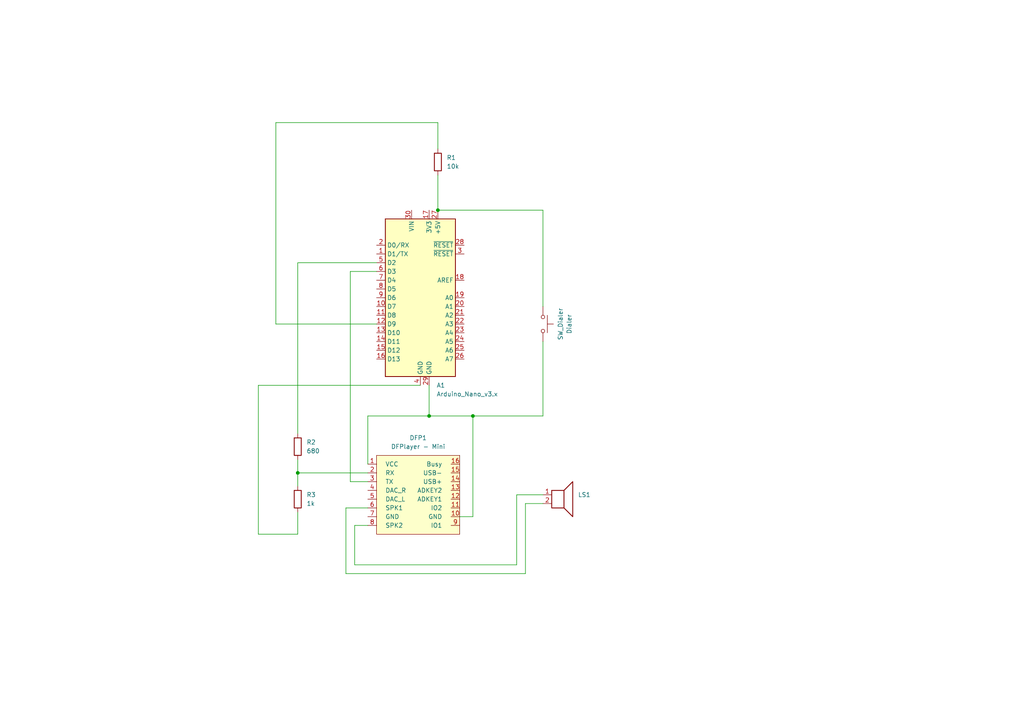
<source format=kicad_sch>
(kicad_sch
	(version 20250114)
	(generator "eeschema")
	(generator_version "9.0")
	(uuid "730beafe-0730-475e-afe4-5eb2c3cd1c87")
	(paper "A4")
	(title_block
		(title "Poemophone")
		(rev "1.0")
		(comment 1 "Based on schematic by indrekluuk for project EscapePhone")
	)
	(lib_symbols
		(symbol "Device:R"
			(pin_numbers
				(hide yes)
			)
			(pin_names
				(offset 0)
			)
			(exclude_from_sim no)
			(in_bom yes)
			(on_board yes)
			(property "Reference" "R"
				(at 2.032 0 90)
				(effects
					(font
						(size 1.27 1.27)
					)
				)
			)
			(property "Value" "R"
				(at 0 0 90)
				(effects
					(font
						(size 1.27 1.27)
					)
				)
			)
			(property "Footprint" ""
				(at -1.778 0 90)
				(effects
					(font
						(size 1.27 1.27)
					)
					(hide yes)
				)
			)
			(property "Datasheet" "~"
				(at 0 0 0)
				(effects
					(font
						(size 1.27 1.27)
					)
					(hide yes)
				)
			)
			(property "Description" "Resistor"
				(at 0 0 0)
				(effects
					(font
						(size 1.27 1.27)
					)
					(hide yes)
				)
			)
			(property "ki_keywords" "R res resistor"
				(at 0 0 0)
				(effects
					(font
						(size 1.27 1.27)
					)
					(hide yes)
				)
			)
			(property "ki_fp_filters" "R_*"
				(at 0 0 0)
				(effects
					(font
						(size 1.27 1.27)
					)
					(hide yes)
				)
			)
			(symbol "R_0_1"
				(rectangle
					(start -1.016 -2.54)
					(end 1.016 2.54)
					(stroke
						(width 0.254)
						(type default)
					)
					(fill
						(type none)
					)
				)
			)
			(symbol "R_1_1"
				(pin passive line
					(at 0 3.81 270)
					(length 1.27)
					(name "~"
						(effects
							(font
								(size 1.27 1.27)
							)
						)
					)
					(number "1"
						(effects
							(font
								(size 1.27 1.27)
							)
						)
					)
				)
				(pin passive line
					(at 0 -3.81 90)
					(length 1.27)
					(name "~"
						(effects
							(font
								(size 1.27 1.27)
							)
						)
					)
					(number "2"
						(effects
							(font
								(size 1.27 1.27)
							)
						)
					)
				)
			)
			(embedded_fonts no)
		)
		(symbol "Device:Speaker"
			(pin_names
				(offset 0)
				(hide yes)
			)
			(exclude_from_sim no)
			(in_bom yes)
			(on_board yes)
			(property "Reference" "LS"
				(at 1.27 5.715 0)
				(effects
					(font
						(size 1.27 1.27)
					)
					(justify right)
				)
			)
			(property "Value" "Speaker"
				(at 1.27 3.81 0)
				(effects
					(font
						(size 1.27 1.27)
					)
					(justify right)
				)
			)
			(property "Footprint" ""
				(at 0 -5.08 0)
				(effects
					(font
						(size 1.27 1.27)
					)
					(hide yes)
				)
			)
			(property "Datasheet" "~"
				(at -0.254 -1.27 0)
				(effects
					(font
						(size 1.27 1.27)
					)
					(hide yes)
				)
			)
			(property "Description" "Speaker"
				(at 0 0 0)
				(effects
					(font
						(size 1.27 1.27)
					)
					(hide yes)
				)
			)
			(property "ki_keywords" "speaker sound"
				(at 0 0 0)
				(effects
					(font
						(size 1.27 1.27)
					)
					(hide yes)
				)
			)
			(symbol "Speaker_0_0"
				(rectangle
					(start -2.54 1.27)
					(end 1.016 -3.81)
					(stroke
						(width 0.254)
						(type default)
					)
					(fill
						(type none)
					)
				)
				(polyline
					(pts
						(xy 1.016 1.27) (xy 3.556 3.81) (xy 3.556 -6.35) (xy 1.016 -3.81)
					)
					(stroke
						(width 0.254)
						(type default)
					)
					(fill
						(type none)
					)
				)
			)
			(symbol "Speaker_1_1"
				(pin input line
					(at -5.08 0 0)
					(length 2.54)
					(name "1"
						(effects
							(font
								(size 1.27 1.27)
							)
						)
					)
					(number "1"
						(effects
							(font
								(size 1.27 1.27)
							)
						)
					)
				)
				(pin input line
					(at -5.08 -2.54 0)
					(length 2.54)
					(name "2"
						(effects
							(font
								(size 1.27 1.27)
							)
						)
					)
					(number "2"
						(effects
							(font
								(size 1.27 1.27)
							)
						)
					)
				)
			)
			(embedded_fonts no)
		)
		(symbol "MCU_Module:Arduino_Nano_v3.x"
			(exclude_from_sim no)
			(in_bom yes)
			(on_board yes)
			(property "Reference" "A"
				(at -10.16 23.495 0)
				(effects
					(font
						(size 1.27 1.27)
					)
					(justify left bottom)
				)
			)
			(property "Value" "Arduino_Nano_v3.x"
				(at 5.08 -24.13 0)
				(effects
					(font
						(size 1.27 1.27)
					)
					(justify left top)
				)
			)
			(property "Footprint" "Module:Arduino_Nano"
				(at 0 0 0)
				(effects
					(font
						(size 1.27 1.27)
						(italic yes)
					)
					(hide yes)
				)
			)
			(property "Datasheet" "http://www.mouser.com/pdfdocs/Gravitech_Arduino_Nano3_0.pdf"
				(at 0 0 0)
				(effects
					(font
						(size 1.27 1.27)
					)
					(hide yes)
				)
			)
			(property "Description" "Arduino Nano v3.x"
				(at 0 0 0)
				(effects
					(font
						(size 1.27 1.27)
					)
					(hide yes)
				)
			)
			(property "ki_keywords" "Arduino nano microcontroller module USB"
				(at 0 0 0)
				(effects
					(font
						(size 1.27 1.27)
					)
					(hide yes)
				)
			)
			(property "ki_fp_filters" "Arduino*Nano*"
				(at 0 0 0)
				(effects
					(font
						(size 1.27 1.27)
					)
					(hide yes)
				)
			)
			(symbol "Arduino_Nano_v3.x_0_1"
				(rectangle
					(start -10.16 22.86)
					(end 10.16 -22.86)
					(stroke
						(width 0.254)
						(type default)
					)
					(fill
						(type background)
					)
				)
			)
			(symbol "Arduino_Nano_v3.x_1_1"
				(pin bidirectional line
					(at -12.7 15.24 0)
					(length 2.54)
					(name "D0/RX"
						(effects
							(font
								(size 1.27 1.27)
							)
						)
					)
					(number "2"
						(effects
							(font
								(size 1.27 1.27)
							)
						)
					)
				)
				(pin bidirectional line
					(at -12.7 12.7 0)
					(length 2.54)
					(name "D1/TX"
						(effects
							(font
								(size 1.27 1.27)
							)
						)
					)
					(number "1"
						(effects
							(font
								(size 1.27 1.27)
							)
						)
					)
				)
				(pin bidirectional line
					(at -12.7 10.16 0)
					(length 2.54)
					(name "D2"
						(effects
							(font
								(size 1.27 1.27)
							)
						)
					)
					(number "5"
						(effects
							(font
								(size 1.27 1.27)
							)
						)
					)
				)
				(pin bidirectional line
					(at -12.7 7.62 0)
					(length 2.54)
					(name "D3"
						(effects
							(font
								(size 1.27 1.27)
							)
						)
					)
					(number "6"
						(effects
							(font
								(size 1.27 1.27)
							)
						)
					)
				)
				(pin bidirectional line
					(at -12.7 5.08 0)
					(length 2.54)
					(name "D4"
						(effects
							(font
								(size 1.27 1.27)
							)
						)
					)
					(number "7"
						(effects
							(font
								(size 1.27 1.27)
							)
						)
					)
				)
				(pin bidirectional line
					(at -12.7 2.54 0)
					(length 2.54)
					(name "D5"
						(effects
							(font
								(size 1.27 1.27)
							)
						)
					)
					(number "8"
						(effects
							(font
								(size 1.27 1.27)
							)
						)
					)
				)
				(pin bidirectional line
					(at -12.7 0 0)
					(length 2.54)
					(name "D6"
						(effects
							(font
								(size 1.27 1.27)
							)
						)
					)
					(number "9"
						(effects
							(font
								(size 1.27 1.27)
							)
						)
					)
				)
				(pin bidirectional line
					(at -12.7 -2.54 0)
					(length 2.54)
					(name "D7"
						(effects
							(font
								(size 1.27 1.27)
							)
						)
					)
					(number "10"
						(effects
							(font
								(size 1.27 1.27)
							)
						)
					)
				)
				(pin bidirectional line
					(at -12.7 -5.08 0)
					(length 2.54)
					(name "D8"
						(effects
							(font
								(size 1.27 1.27)
							)
						)
					)
					(number "11"
						(effects
							(font
								(size 1.27 1.27)
							)
						)
					)
				)
				(pin bidirectional line
					(at -12.7 -7.62 0)
					(length 2.54)
					(name "D9"
						(effects
							(font
								(size 1.27 1.27)
							)
						)
					)
					(number "12"
						(effects
							(font
								(size 1.27 1.27)
							)
						)
					)
				)
				(pin bidirectional line
					(at -12.7 -10.16 0)
					(length 2.54)
					(name "D10"
						(effects
							(font
								(size 1.27 1.27)
							)
						)
					)
					(number "13"
						(effects
							(font
								(size 1.27 1.27)
							)
						)
					)
				)
				(pin bidirectional line
					(at -12.7 -12.7 0)
					(length 2.54)
					(name "D11"
						(effects
							(font
								(size 1.27 1.27)
							)
						)
					)
					(number "14"
						(effects
							(font
								(size 1.27 1.27)
							)
						)
					)
				)
				(pin bidirectional line
					(at -12.7 -15.24 0)
					(length 2.54)
					(name "D12"
						(effects
							(font
								(size 1.27 1.27)
							)
						)
					)
					(number "15"
						(effects
							(font
								(size 1.27 1.27)
							)
						)
					)
				)
				(pin bidirectional line
					(at -12.7 -17.78 0)
					(length 2.54)
					(name "D13"
						(effects
							(font
								(size 1.27 1.27)
							)
						)
					)
					(number "16"
						(effects
							(font
								(size 1.27 1.27)
							)
						)
					)
				)
				(pin power_in line
					(at -2.54 25.4 270)
					(length 2.54)
					(name "VIN"
						(effects
							(font
								(size 1.27 1.27)
							)
						)
					)
					(number "30"
						(effects
							(font
								(size 1.27 1.27)
							)
						)
					)
				)
				(pin power_in line
					(at 0 -25.4 90)
					(length 2.54)
					(name "GND"
						(effects
							(font
								(size 1.27 1.27)
							)
						)
					)
					(number "4"
						(effects
							(font
								(size 1.27 1.27)
							)
						)
					)
				)
				(pin power_out line
					(at 2.54 25.4 270)
					(length 2.54)
					(name "3V3"
						(effects
							(font
								(size 1.27 1.27)
							)
						)
					)
					(number "17"
						(effects
							(font
								(size 1.27 1.27)
							)
						)
					)
				)
				(pin power_in line
					(at 2.54 -25.4 90)
					(length 2.54)
					(name "GND"
						(effects
							(font
								(size 1.27 1.27)
							)
						)
					)
					(number "29"
						(effects
							(font
								(size 1.27 1.27)
							)
						)
					)
				)
				(pin power_out line
					(at 5.08 25.4 270)
					(length 2.54)
					(name "+5V"
						(effects
							(font
								(size 1.27 1.27)
							)
						)
					)
					(number "27"
						(effects
							(font
								(size 1.27 1.27)
							)
						)
					)
				)
				(pin input line
					(at 12.7 15.24 180)
					(length 2.54)
					(name "~{RESET}"
						(effects
							(font
								(size 1.27 1.27)
							)
						)
					)
					(number "28"
						(effects
							(font
								(size 1.27 1.27)
							)
						)
					)
				)
				(pin input line
					(at 12.7 12.7 180)
					(length 2.54)
					(name "~{RESET}"
						(effects
							(font
								(size 1.27 1.27)
							)
						)
					)
					(number "3"
						(effects
							(font
								(size 1.27 1.27)
							)
						)
					)
				)
				(pin input line
					(at 12.7 5.08 180)
					(length 2.54)
					(name "AREF"
						(effects
							(font
								(size 1.27 1.27)
							)
						)
					)
					(number "18"
						(effects
							(font
								(size 1.27 1.27)
							)
						)
					)
				)
				(pin bidirectional line
					(at 12.7 0 180)
					(length 2.54)
					(name "A0"
						(effects
							(font
								(size 1.27 1.27)
							)
						)
					)
					(number "19"
						(effects
							(font
								(size 1.27 1.27)
							)
						)
					)
				)
				(pin bidirectional line
					(at 12.7 -2.54 180)
					(length 2.54)
					(name "A1"
						(effects
							(font
								(size 1.27 1.27)
							)
						)
					)
					(number "20"
						(effects
							(font
								(size 1.27 1.27)
							)
						)
					)
				)
				(pin bidirectional line
					(at 12.7 -5.08 180)
					(length 2.54)
					(name "A2"
						(effects
							(font
								(size 1.27 1.27)
							)
						)
					)
					(number "21"
						(effects
							(font
								(size 1.27 1.27)
							)
						)
					)
				)
				(pin bidirectional line
					(at 12.7 -7.62 180)
					(length 2.54)
					(name "A3"
						(effects
							(font
								(size 1.27 1.27)
							)
						)
					)
					(number "22"
						(effects
							(font
								(size 1.27 1.27)
							)
						)
					)
				)
				(pin bidirectional line
					(at 12.7 -10.16 180)
					(length 2.54)
					(name "A4"
						(effects
							(font
								(size 1.27 1.27)
							)
						)
					)
					(number "23"
						(effects
							(font
								(size 1.27 1.27)
							)
						)
					)
				)
				(pin bidirectional line
					(at 12.7 -12.7 180)
					(length 2.54)
					(name "A5"
						(effects
							(font
								(size 1.27 1.27)
							)
						)
					)
					(number "24"
						(effects
							(font
								(size 1.27 1.27)
							)
						)
					)
				)
				(pin bidirectional line
					(at 12.7 -15.24 180)
					(length 2.54)
					(name "A6"
						(effects
							(font
								(size 1.27 1.27)
							)
						)
					)
					(number "25"
						(effects
							(font
								(size 1.27 1.27)
							)
						)
					)
				)
				(pin bidirectional line
					(at 12.7 -17.78 180)
					(length 2.54)
					(name "A7"
						(effects
							(font
								(size 1.27 1.27)
							)
						)
					)
					(number "26"
						(effects
							(font
								(size 1.27 1.27)
							)
						)
					)
				)
			)
			(embedded_fonts no)
		)
		(symbol "New_Library:DFPlayer_Mini"
			(pin_names
				(offset 2.54)
			)
			(exclude_from_sim no)
			(in_bom yes)
			(on_board yes)
			(property "Reference" "DFP"
				(at 0 3.556 0)
				(effects
					(font
						(size 1.27 1.27)
					)
				)
			)
			(property "Value" "DFPlayer - Mini"
				(at 0 1.524 0)
				(effects
					(font
						(size 1.27 1.27)
					)
				)
			)
			(property "Footprint" ""
				(at 0 0 0)
				(effects
					(font
						(size 1.27 1.27)
					)
					(hide yes)
				)
			)
			(property "Datasheet" "https://github.com/Arduinolibrary/DFPlayer_Mini_mp3/raw/master/DFPlayer%20Mini%20Manual.pdf"
				(at 0 -26.67 0)
				(effects
					(font
						(size 1.27 1.27)
					)
					(hide yes)
				)
			)
			(property "Description" "MP3 Player for DIY Arduino / ESP32 Sound Project"
				(at 0 -24.384 0)
				(effects
					(font
						(size 1.27 1.27)
					)
					(hide yes)
				)
			)
			(symbol "DFPlayer_Mini_0_1"
				(rectangle
					(start -12.7 0)
					(end 11.43 -22.86)
					(stroke
						(width 0)
						(type default)
					)
					(fill
						(type color)
						(color 253 255 203 1)
					)
				)
			)
			(symbol "DFPlayer_Mini_1_1"
				(pin power_in line
					(at -15.24 -2.54 0)
					(length 2.54)
					(name "VCC"
						(effects
							(font
								(size 1.27 1.27)
							)
						)
					)
					(number "1"
						(effects
							(font
								(size 1.27 1.27)
							)
						)
					)
				)
				(pin input line
					(at -15.24 -5.08 0)
					(length 2.54)
					(name "RX"
						(effects
							(font
								(size 1.27 1.27)
							)
						)
					)
					(number "2"
						(effects
							(font
								(size 1.27 1.27)
							)
						)
					)
				)
				(pin output line
					(at -15.24 -7.62 0)
					(length 2.54)
					(name "TX"
						(effects
							(font
								(size 1.27 1.27)
							)
						)
					)
					(number "3"
						(effects
							(font
								(size 1.27 1.27)
							)
						)
					)
				)
				(pin output line
					(at -15.24 -10.16 0)
					(length 2.54)
					(name "DAC_R"
						(effects
							(font
								(size 1.27 1.27)
							)
						)
					)
					(number "4"
						(effects
							(font
								(size 1.27 1.27)
							)
						)
					)
				)
				(pin output line
					(at -15.24 -12.7 0)
					(length 2.54)
					(name "DAC_L"
						(effects
							(font
								(size 1.27 1.27)
							)
						)
					)
					(number "5"
						(effects
							(font
								(size 1.27 1.27)
							)
						)
					)
				)
				(pin output line
					(at -15.24 -15.24 0)
					(length 2.54)
					(name "SPK1"
						(effects
							(font
								(size 1.27 1.27)
							)
						)
					)
					(number "6"
						(effects
							(font
								(size 1.27 1.27)
							)
						)
					)
				)
				(pin power_in line
					(at -15.24 -17.78 0)
					(length 2.54)
					(name "GND"
						(effects
							(font
								(size 1.27 1.27)
							)
						)
					)
					(number "7"
						(effects
							(font
								(size 1.27 1.27)
							)
						)
					)
				)
				(pin output line
					(at -15.24 -20.32 0)
					(length 2.54)
					(name "SPK2"
						(effects
							(font
								(size 1.27 1.27)
							)
						)
					)
					(number "8"
						(effects
							(font
								(size 1.27 1.27)
							)
						)
					)
				)
				(pin output line
					(at 11.43 -2.54 180)
					(length 2.54)
					(name "Busy"
						(effects
							(font
								(size 1.27 1.27)
							)
						)
					)
					(number "16"
						(effects
							(font
								(size 1.27 1.27)
							)
						)
					)
				)
				(pin power_out line
					(at 11.43 -5.08 180)
					(length 2.54)
					(name "USB-"
						(effects
							(font
								(size 1.27 1.27)
							)
						)
					)
					(number "15"
						(effects
							(font
								(size 1.27 1.27)
							)
						)
					)
				)
				(pin power_out line
					(at 11.43 -7.62 180)
					(length 2.54)
					(name "USB+"
						(effects
							(font
								(size 1.27 1.27)
							)
						)
					)
					(number "14"
						(effects
							(font
								(size 1.27 1.27)
							)
						)
					)
				)
				(pin input line
					(at 11.43 -10.16 180)
					(length 2.54)
					(name "ADKEY2"
						(effects
							(font
								(size 1.27 1.27)
							)
						)
					)
					(number "13"
						(effects
							(font
								(size 1.27 1.27)
							)
						)
					)
				)
				(pin input line
					(at 11.43 -12.7 180)
					(length 2.54)
					(name "ADKEY1"
						(effects
							(font
								(size 1.27 1.27)
							)
						)
					)
					(number "12"
						(effects
							(font
								(size 1.27 1.27)
							)
						)
					)
				)
				(pin input line
					(at 11.43 -15.24 180)
					(length 2.54)
					(name "IO2"
						(effects
							(font
								(size 1.27 1.27)
							)
						)
					)
					(number "11"
						(effects
							(font
								(size 1.27 1.27)
							)
						)
					)
				)
				(pin power_in line
					(at 11.43 -17.78 180)
					(length 2.54)
					(name "GND"
						(effects
							(font
								(size 1.27 1.27)
							)
						)
					)
					(number "10"
						(effects
							(font
								(size 1.27 1.27)
							)
						)
					)
				)
				(pin input line
					(at 11.43 -20.32 180)
					(length 2.54)
					(name "IO1"
						(effects
							(font
								(size 1.27 1.27)
							)
						)
					)
					(number "9"
						(effects
							(font
								(size 1.27 1.27)
							)
						)
					)
				)
			)
			(embedded_fonts no)
		)
		(symbol "Switch:SW_Push"
			(pin_numbers
				(hide yes)
			)
			(pin_names
				(offset 1.016)
				(hide yes)
			)
			(exclude_from_sim no)
			(in_bom yes)
			(on_board yes)
			(property "Reference" "SW"
				(at 1.27 2.54 0)
				(effects
					(font
						(size 1.27 1.27)
					)
					(justify left)
				)
			)
			(property "Value" "SW_Push"
				(at 0 -1.524 0)
				(effects
					(font
						(size 1.27 1.27)
					)
				)
			)
			(property "Footprint" ""
				(at 0 5.08 0)
				(effects
					(font
						(size 1.27 1.27)
					)
					(hide yes)
				)
			)
			(property "Datasheet" "~"
				(at 0 5.08 0)
				(effects
					(font
						(size 1.27 1.27)
					)
					(hide yes)
				)
			)
			(property "Description" "Push button switch, generic, two pins"
				(at 0 0 0)
				(effects
					(font
						(size 1.27 1.27)
					)
					(hide yes)
				)
			)
			(property "ki_keywords" "switch normally-open pushbutton push-button"
				(at 0 0 0)
				(effects
					(font
						(size 1.27 1.27)
					)
					(hide yes)
				)
			)
			(symbol "SW_Push_0_1"
				(circle
					(center -2.032 0)
					(radius 0.508)
					(stroke
						(width 0)
						(type default)
					)
					(fill
						(type none)
					)
				)
				(polyline
					(pts
						(xy 0 1.27) (xy 0 3.048)
					)
					(stroke
						(width 0)
						(type default)
					)
					(fill
						(type none)
					)
				)
				(circle
					(center 2.032 0)
					(radius 0.508)
					(stroke
						(width 0)
						(type default)
					)
					(fill
						(type none)
					)
				)
				(polyline
					(pts
						(xy 2.54 1.27) (xy -2.54 1.27)
					)
					(stroke
						(width 0)
						(type default)
					)
					(fill
						(type none)
					)
				)
				(pin passive line
					(at -5.08 0 0)
					(length 2.54)
					(name "1"
						(effects
							(font
								(size 1.27 1.27)
							)
						)
					)
					(number "1"
						(effects
							(font
								(size 1.27 1.27)
							)
						)
					)
				)
				(pin passive line
					(at 5.08 0 180)
					(length 2.54)
					(name "2"
						(effects
							(font
								(size 1.27 1.27)
							)
						)
					)
					(number "2"
						(effects
							(font
								(size 1.27 1.27)
							)
						)
					)
				)
			)
			(embedded_fonts no)
		)
	)
	(junction
		(at 137.16 120.65)
		(diameter 0)
		(color 0 0 0 0)
		(uuid "2e4d7eae-f862-4b7e-9aec-721746bcb348")
	)
	(junction
		(at 86.36 137.16)
		(diameter 0)
		(color 0 0 0 0)
		(uuid "c23febfa-337f-4296-bb1f-c2addf23ac23")
	)
	(junction
		(at 124.46 120.65)
		(diameter 0)
		(color 0 0 0 0)
		(uuid "d6b9fdd9-4e16-4f89-99a1-d1e8b8d512da")
	)
	(junction
		(at 127 60.96)
		(diameter 0)
		(color 0 0 0 0)
		(uuid "f3f7f9b5-d2c6-4181-813f-ee61e6743fe6")
	)
	(wire
		(pts
			(xy 80.01 35.56) (xy 127 35.56)
		)
		(stroke
			(width 0)
			(type default)
		)
		(uuid "0670e62b-979f-4254-87b8-9e3f22f84797")
	)
	(wire
		(pts
			(xy 106.68 120.65) (xy 124.46 120.65)
		)
		(stroke
			(width 0)
			(type default)
		)
		(uuid "06c88cce-99b7-4eab-aa28-db8077a32da6")
	)
	(wire
		(pts
			(xy 127 35.56) (xy 127 43.18)
		)
		(stroke
			(width 0)
			(type default)
		)
		(uuid "13e91d1b-017a-4062-9b5d-81097e0cf427")
	)
	(wire
		(pts
			(xy 86.36 76.2) (xy 109.22 76.2)
		)
		(stroke
			(width 0)
			(type default)
		)
		(uuid "2d01ae0a-d1e7-4bc5-98ec-5fa8fa5b98f5")
	)
	(wire
		(pts
			(xy 102.87 163.83) (xy 149.86 163.83)
		)
		(stroke
			(width 0)
			(type default)
		)
		(uuid "31c60d4b-9126-4a82-b17f-af2a2986cdee")
	)
	(wire
		(pts
			(xy 86.36 137.16) (xy 86.36 140.97)
		)
		(stroke
			(width 0)
			(type default)
		)
		(uuid "4166aed6-9a0b-4ed6-b122-9ed68a0d7174")
	)
	(wire
		(pts
			(xy 137.16 149.86) (xy 137.16 120.65)
		)
		(stroke
			(width 0)
			(type default)
		)
		(uuid "441033a1-e941-4690-942a-e1eca2936a79")
	)
	(wire
		(pts
			(xy 109.22 78.74) (xy 101.6 78.74)
		)
		(stroke
			(width 0)
			(type default)
		)
		(uuid "535661c3-e44b-424d-acbc-437024594688")
	)
	(wire
		(pts
			(xy 137.16 120.65) (xy 124.46 120.65)
		)
		(stroke
			(width 0)
			(type default)
		)
		(uuid "58109212-83e7-499d-9605-b8bc976ec60a")
	)
	(wire
		(pts
			(xy 86.36 148.59) (xy 86.36 154.94)
		)
		(stroke
			(width 0)
			(type default)
		)
		(uuid "5c2a8f49-971d-4129-a530-caaf5fd081d6")
	)
	(wire
		(pts
			(xy 80.01 93.98) (xy 80.01 35.56)
		)
		(stroke
			(width 0)
			(type default)
		)
		(uuid "604958f5-9233-4df0-a584-6abaf4603a5c")
	)
	(wire
		(pts
			(xy 74.93 111.76) (xy 121.92 111.76)
		)
		(stroke
			(width 0)
			(type default)
		)
		(uuid "609eb022-4482-4f04-9959-04b49cc9b2d2")
	)
	(wire
		(pts
			(xy 152.4 166.37) (xy 152.4 146.05)
		)
		(stroke
			(width 0)
			(type default)
		)
		(uuid "681bfe72-e5d2-4941-a643-f10c74f8d4ac")
	)
	(wire
		(pts
			(xy 127 50.8) (xy 127 60.96)
		)
		(stroke
			(width 0)
			(type default)
		)
		(uuid "6da0d171-baea-450b-a060-6136e953ddd3")
	)
	(wire
		(pts
			(xy 152.4 146.05) (xy 157.48 146.05)
		)
		(stroke
			(width 0)
			(type default)
		)
		(uuid "6f72578b-d8c9-497f-b3cb-6bf8c8aa6445")
	)
	(wire
		(pts
			(xy 157.48 120.65) (xy 137.16 120.65)
		)
		(stroke
			(width 0)
			(type default)
		)
		(uuid "745745c0-2138-453a-ab04-9a643da6ddb6")
	)
	(wire
		(pts
			(xy 101.6 139.7) (xy 106.68 139.7)
		)
		(stroke
			(width 0)
			(type default)
		)
		(uuid "76304af0-71b3-4b32-806d-b762b4a4687a")
	)
	(wire
		(pts
			(xy 149.86 163.83) (xy 149.86 143.51)
		)
		(stroke
			(width 0)
			(type default)
		)
		(uuid "79925a49-ec61-4f78-b606-b608736b794c")
	)
	(wire
		(pts
			(xy 157.48 60.96) (xy 157.48 88.9)
		)
		(stroke
			(width 0)
			(type default)
		)
		(uuid "82c1bf89-73e9-440a-96db-aee09c486054")
	)
	(wire
		(pts
			(xy 149.86 143.51) (xy 157.48 143.51)
		)
		(stroke
			(width 0)
			(type default)
		)
		(uuid "8863c044-416f-492d-8739-8e75914be129")
	)
	(wire
		(pts
			(xy 102.87 152.4) (xy 102.87 163.83)
		)
		(stroke
			(width 0)
			(type default)
		)
		(uuid "90be0f73-eb68-4584-86c1-c391ef7dea12")
	)
	(wire
		(pts
			(xy 101.6 78.74) (xy 101.6 139.7)
		)
		(stroke
			(width 0)
			(type default)
		)
		(uuid "9cbb380b-da49-4272-93cc-852e219476ae")
	)
	(wire
		(pts
			(xy 133.35 149.86) (xy 137.16 149.86)
		)
		(stroke
			(width 0)
			(type default)
		)
		(uuid "a8022305-1b27-4e77-b516-e3fa97ef0c56")
	)
	(wire
		(pts
			(xy 109.22 93.98) (xy 80.01 93.98)
		)
		(stroke
			(width 0)
			(type default)
		)
		(uuid "a8f9d43e-b9d2-45ca-b1ce-e728f8a18642")
	)
	(wire
		(pts
			(xy 86.36 154.94) (xy 74.93 154.94)
		)
		(stroke
			(width 0)
			(type default)
		)
		(uuid "b0ee7814-8767-4e94-a472-1c15b647b87c")
	)
	(wire
		(pts
			(xy 100.33 147.32) (xy 100.33 166.37)
		)
		(stroke
			(width 0)
			(type default)
		)
		(uuid "b1dfc1d1-5d3a-480f-89d8-2a0ceef2e65a")
	)
	(wire
		(pts
			(xy 74.93 154.94) (xy 74.93 111.76)
		)
		(stroke
			(width 0)
			(type default)
		)
		(uuid "c3555947-fbda-40bc-8a62-7ee3c87f00dd")
	)
	(wire
		(pts
			(xy 106.68 147.32) (xy 100.33 147.32)
		)
		(stroke
			(width 0)
			(type default)
		)
		(uuid "c41df534-6e63-46a3-85b7-6e37f16e58ef")
	)
	(wire
		(pts
			(xy 157.48 99.06) (xy 157.48 120.65)
		)
		(stroke
			(width 0)
			(type default)
		)
		(uuid "dbdf90ae-5616-4ad4-9ef6-68f26a9ebe46")
	)
	(wire
		(pts
			(xy 124.46 111.76) (xy 124.46 120.65)
		)
		(stroke
			(width 0)
			(type default)
		)
		(uuid "de4fd9fe-2a42-4b3d-a08a-6d0f3282f7dc")
	)
	(wire
		(pts
			(xy 106.68 134.62) (xy 106.68 120.65)
		)
		(stroke
			(width 0)
			(type default)
		)
		(uuid "e2667fa1-255d-4390-b348-df54c0bbca65")
	)
	(wire
		(pts
			(xy 106.68 152.4) (xy 102.87 152.4)
		)
		(stroke
			(width 0)
			(type default)
		)
		(uuid "f3705418-1f69-43e9-9d69-18ff7a529de6")
	)
	(wire
		(pts
			(xy 86.36 125.73) (xy 86.36 76.2)
		)
		(stroke
			(width 0)
			(type default)
		)
		(uuid "f42937bc-ef0c-47f6-92f8-2f2e013f04b7")
	)
	(wire
		(pts
			(xy 127 60.96) (xy 157.48 60.96)
		)
		(stroke
			(width 0)
			(type default)
		)
		(uuid "f4f8b0d2-7fae-4d3f-9f62-f69de24083c2")
	)
	(wire
		(pts
			(xy 106.68 137.16) (xy 86.36 137.16)
		)
		(stroke
			(width 0)
			(type default)
		)
		(uuid "f56affe1-f2c5-4b33-80f0-e4051853bb91")
	)
	(wire
		(pts
			(xy 100.33 166.37) (xy 152.4 166.37)
		)
		(stroke
			(width 0)
			(type default)
		)
		(uuid "feecfd49-c7cd-4821-b730-d4e55b5ffc43")
	)
	(wire
		(pts
			(xy 86.36 137.16) (xy 86.36 133.35)
		)
		(stroke
			(width 0)
			(type default)
		)
		(uuid "ffe1e86a-e3cb-4a8e-a715-55227bb4a898")
	)
	(symbol
		(lib_id "Device:Speaker")
		(at 162.56 143.51 0)
		(unit 1)
		(exclude_from_sim no)
		(in_bom yes)
		(on_board yes)
		(dnp no)
		(fields_autoplaced yes)
		(uuid "123df971-1f5c-4ab4-91bc-1de829ee7e65")
		(property "Reference" "LS1"
			(at 167.64 143.5099 0)
			(effects
				(font
					(size 1.27 1.27)
				)
				(justify left)
			)
		)
		(property "Value" "Speaker"
			(at 167.64 146.0499 0)
			(effects
				(font
					(size 1.27 1.27)
				)
				(justify left)
				(hide yes)
			)
		)
		(property "Footprint" ""
			(at 162.56 148.59 0)
			(effects
				(font
					(size 1.27 1.27)
				)
				(hide yes)
			)
		)
		(property "Datasheet" "~"
			(at 162.306 144.78 0)
			(effects
				(font
					(size 1.27 1.27)
				)
				(hide yes)
			)
		)
		(property "Description" "Speaker"
			(at 162.56 143.51 0)
			(effects
				(font
					(size 1.27 1.27)
				)
				(hide yes)
			)
		)
		(pin "2"
			(uuid "864009c3-96ee-4dc4-a2b1-cc00e23627b4")
		)
		(pin "1"
			(uuid "55015d3a-d70b-44c5-a848-88b3c1455fc4")
		)
		(instances
			(project ""
				(path "/730beafe-0730-475e-afe4-5eb2c3cd1c87"
					(reference "LS1")
					(unit 1)
				)
			)
		)
	)
	(symbol
		(lib_id "Device:R")
		(at 86.36 129.54 0)
		(unit 1)
		(exclude_from_sim no)
		(in_bom yes)
		(on_board yes)
		(dnp no)
		(fields_autoplaced yes)
		(uuid "2754fb58-69d0-41fa-8676-72b9c6de24d9")
		(property "Reference" "R2"
			(at 88.9 128.2699 0)
			(effects
				(font
					(size 1.27 1.27)
				)
				(justify left)
			)
		)
		(property "Value" "680"
			(at 88.9 130.8099 0)
			(effects
				(font
					(size 1.27 1.27)
				)
				(justify left)
			)
		)
		(property "Footprint" ""
			(at 84.582 129.54 90)
			(effects
				(font
					(size 1.27 1.27)
				)
				(hide yes)
			)
		)
		(property "Datasheet" "~"
			(at 86.36 129.54 0)
			(effects
				(font
					(size 1.27 1.27)
				)
				(hide yes)
			)
		)
		(property "Description" "Resistor"
			(at 86.36 129.54 0)
			(effects
				(font
					(size 1.27 1.27)
				)
				(hide yes)
			)
		)
		(pin "2"
			(uuid "13390650-7f8d-4039-bd58-f31b529cbde8")
		)
		(pin "1"
			(uuid "76bc97e9-3370-48e0-bbb2-2fd42a739ec6")
		)
		(instances
			(project ""
				(path "/730beafe-0730-475e-afe4-5eb2c3cd1c87"
					(reference "R2")
					(unit 1)
				)
			)
		)
	)
	(symbol
		(lib_id "MCU_Module:Arduino_Nano_v3.x")
		(at 121.92 86.36 0)
		(unit 1)
		(exclude_from_sim no)
		(in_bom yes)
		(on_board yes)
		(dnp no)
		(fields_autoplaced yes)
		(uuid "38002858-0e6c-40ca-b54b-754cbdd6ea1f")
		(property "Reference" "A1"
			(at 126.6033 111.76 0)
			(effects
				(font
					(size 1.27 1.27)
				)
				(justify left)
			)
		)
		(property "Value" "Arduino_Nano_v3.x"
			(at 126.6033 114.3 0)
			(effects
				(font
					(size 1.27 1.27)
				)
				(justify left)
			)
		)
		(property "Footprint" "Module:Arduino_Nano"
			(at 121.92 86.36 0)
			(effects
				(font
					(size 1.27 1.27)
					(italic yes)
				)
				(hide yes)
			)
		)
		(property "Datasheet" "http://www.mouser.com/pdfdocs/Gravitech_Arduino_Nano3_0.pdf"
			(at 121.92 86.36 0)
			(effects
				(font
					(size 1.27 1.27)
				)
				(hide yes)
			)
		)
		(property "Description" "Arduino Nano v3.x"
			(at 121.92 86.36 0)
			(effects
				(font
					(size 1.27 1.27)
				)
				(hide yes)
			)
		)
		(pin "2"
			(uuid "b6149bfc-b9fa-4cd3-a69a-2ef9f52c6da1")
		)
		(pin "18"
			(uuid "f736f60d-2459-4d6f-a706-f56c719fcab6")
		)
		(pin "6"
			(uuid "56a317c7-176a-469a-a05e-5bb168dc0232")
		)
		(pin "14"
			(uuid "094b6b19-141c-4be6-8c5e-d3efbf51796b")
		)
		(pin "13"
			(uuid "e61776b6-9fc1-4655-8861-a208411b91a0")
		)
		(pin "15"
			(uuid "5f01dce1-cf89-4ba5-b78b-c618408ff6b0")
		)
		(pin "5"
			(uuid "3a4bb0d7-0259-40ea-9ffc-f3901d13c552")
		)
		(pin "11"
			(uuid "7a99564c-07cf-4b1e-b000-bb9200c731b0")
		)
		(pin "17"
			(uuid "3f8ee534-eab6-49d2-8ea2-6b96805a8764")
		)
		(pin "27"
			(uuid "765b3eeb-8366-4d81-a40b-17c149d90819")
		)
		(pin "28"
			(uuid "1b3baf86-a4a5-418e-90f0-74bff2a8afe6")
		)
		(pin "19"
			(uuid "d8ecb564-271f-481c-983f-6bd43da7a20a")
		)
		(pin "21"
			(uuid "d0621524-adbe-4aa5-8c14-d3f6f9618212")
		)
		(pin "23"
			(uuid "6065a45f-d9d8-4dde-94e4-71930cbb34d8")
		)
		(pin "25"
			(uuid "956bf5f0-f210-4894-a7bb-ba4d4a3e89bf")
		)
		(pin "10"
			(uuid "8318feb4-4294-4363-ae81-f301721f209e")
		)
		(pin "20"
			(uuid "be127b2d-bce4-45d8-a184-d2ec660e2326")
		)
		(pin "29"
			(uuid "0ab096ef-41c7-4823-92c0-79c5b1c5c406")
		)
		(pin "12"
			(uuid "860c46cb-2b43-4623-9145-75d71833a04f")
		)
		(pin "16"
			(uuid "33899d2a-d4e9-4632-be20-5c3053a73e17")
		)
		(pin "7"
			(uuid "4726b3db-5233-41e7-ab59-313b829ec64f")
		)
		(pin "22"
			(uuid "900593a7-aafb-499e-8cce-0f4f65c344db")
		)
		(pin "24"
			(uuid "34a620cc-416e-4fc2-8458-0a09ad2e7822")
		)
		(pin "8"
			(uuid "8a81bfba-6643-468e-a362-a98f58061b24")
		)
		(pin "3"
			(uuid "955454f3-03ff-4e33-b688-bd84dd9daf1a")
		)
		(pin "26"
			(uuid "ccd83f35-6d57-4946-93a8-f4ab19a61644")
		)
		(pin "1"
			(uuid "eeca31a1-b947-46c1-a18e-cb6f9586ba2b")
		)
		(pin "9"
			(uuid "a5c41f2b-d3b8-4648-b761-4a37470d02b4")
		)
		(pin "4"
			(uuid "97a539a3-b21a-4d4a-80cb-bc0830a80995")
		)
		(pin "30"
			(uuid "f3503612-30b3-421b-9920-2fbe11d0eb69")
		)
		(instances
			(project ""
				(path "/730beafe-0730-475e-afe4-5eb2c3cd1c87"
					(reference "A1")
					(unit 1)
				)
			)
		)
	)
	(symbol
		(lib_id "Device:R")
		(at 127 46.99 0)
		(unit 1)
		(exclude_from_sim no)
		(in_bom yes)
		(on_board yes)
		(dnp no)
		(fields_autoplaced yes)
		(uuid "4711ff76-be2d-44ff-a6c9-68e00b73c1a3")
		(property "Reference" "R1"
			(at 129.54 45.7199 0)
			(effects
				(font
					(size 1.27 1.27)
				)
				(justify left)
			)
		)
		(property "Value" "10k"
			(at 129.54 48.2599 0)
			(effects
				(font
					(size 1.27 1.27)
				)
				(justify left)
			)
		)
		(property "Footprint" ""
			(at 125.222 46.99 90)
			(effects
				(font
					(size 1.27 1.27)
				)
				(hide yes)
			)
		)
		(property "Datasheet" "~"
			(at 127 46.99 0)
			(effects
				(font
					(size 1.27 1.27)
				)
				(hide yes)
			)
		)
		(property "Description" "Resistor"
			(at 127 46.99 0)
			(effects
				(font
					(size 1.27 1.27)
				)
				(hide yes)
			)
		)
		(pin "1"
			(uuid "e3401f88-6dc9-4ceb-8a13-74faa046f7a7")
		)
		(pin "2"
			(uuid "e91f243c-1db2-4734-9fd4-5f50b02d9a73")
		)
		(instances
			(project ""
				(path "/730beafe-0730-475e-afe4-5eb2c3cd1c87"
					(reference "R1")
					(unit 1)
				)
			)
		)
	)
	(symbol
		(lib_id "New_Library:DFPlayer_Mini")
		(at 121.92 132.08 0)
		(unit 1)
		(exclude_from_sim no)
		(in_bom yes)
		(on_board yes)
		(dnp no)
		(fields_autoplaced yes)
		(uuid "645117ae-0ecb-4e2e-b1bd-e624b1fe3374")
		(property "Reference" "DFP1"
			(at 121.285 127 0)
			(effects
				(font
					(size 1.27 1.27)
				)
			)
		)
		(property "Value" "DFPlayer - Mini"
			(at 121.285 129.54 0)
			(effects
				(font
					(size 1.27 1.27)
				)
			)
		)
		(property "Footprint" ""
			(at 121.92 132.08 0)
			(effects
				(font
					(size 1.27 1.27)
				)
				(hide yes)
			)
		)
		(property "Datasheet" "https://github.com/Arduinolibrary/DFPlayer_Mini_mp3/raw/master/DFPlayer%20Mini%20Manual.pdf"
			(at 121.92 158.75 0)
			(effects
				(font
					(size 1.27 1.27)
				)
				(hide yes)
			)
		)
		(property "Description" "MP3 Player for DIY Arduino / ESP32 Sound Project"
			(at 121.92 156.464 0)
			(effects
				(font
					(size 1.27 1.27)
				)
				(hide yes)
			)
		)
		(pin "8"
			(uuid "0d503adf-774a-4d42-bc88-9de7c0b2a2d6")
		)
		(pin "9"
			(uuid "71b011ab-2552-4c4c-a550-bc09c38d6c03")
		)
		(pin "15"
			(uuid "b7331624-e895-4a4f-bd27-fb6f3eb690d5")
		)
		(pin "10"
			(uuid "83daab02-abed-450c-b973-cf91dbf64948")
		)
		(pin "14"
			(uuid "8b0139cb-baa6-4fe8-91fc-310124d08b2b")
		)
		(pin "11"
			(uuid "19e70c03-7f75-42b2-8c62-18f1f2dda1a6")
		)
		(pin "4"
			(uuid "29541272-b9b8-4b8c-ac2d-127f4992cddb")
		)
		(pin "1"
			(uuid "46b5e464-4248-4c01-91ff-6d12912f5813")
		)
		(pin "5"
			(uuid "db12f93f-6e51-4bb3-a7ae-16181f21f2c9")
		)
		(pin "13"
			(uuid "912ff07e-1a79-460d-9fc5-da1939b6208b")
		)
		(pin "3"
			(uuid "7092ab24-d6ff-4bfc-a01e-bad27f95f5e1")
		)
		(pin "12"
			(uuid "552fe7b5-ba19-4fc9-bf2f-2479b94f9e8d")
		)
		(pin "2"
			(uuid "a34075cf-6892-4a55-bc48-25433733ffbe")
		)
		(pin "7"
			(uuid "5ec7f1f6-1d7f-471d-b721-5352b9a04b36")
		)
		(pin "6"
			(uuid "9bfd47b6-1c0b-4ed0-85fa-1af1feb7aa5a")
		)
		(pin "16"
			(uuid "1b0870f4-18aa-42df-b227-1a7259847c41")
		)
		(instances
			(project ""
				(path "/730beafe-0730-475e-afe4-5eb2c3cd1c87"
					(reference "DFP1")
					(unit 1)
				)
			)
		)
	)
	(symbol
		(lib_id "Switch:SW_Push")
		(at 157.48 93.98 270)
		(unit 1)
		(exclude_from_sim no)
		(in_bom yes)
		(on_board yes)
		(dnp no)
		(fields_autoplaced yes)
		(uuid "80828c9c-509f-4dce-9b55-3c05322ab30c")
		(property "Reference" "Dialer"
			(at 165.1 93.98 0)
			(effects
				(font
					(size 1.27 1.27)
				)
			)
		)
		(property "Value" "SW_Dialer"
			(at 162.56 93.98 0)
			(effects
				(font
					(size 1.27 1.27)
				)
			)
		)
		(property "Footprint" ""
			(at 162.56 93.98 0)
			(effects
				(font
					(size 1.27 1.27)
				)
				(hide yes)
			)
		)
		(property "Datasheet" "~"
			(at 162.56 93.98 0)
			(effects
				(font
					(size 1.27 1.27)
				)
				(hide yes)
			)
		)
		(property "Description" "Push button switch, generic, two pins"
			(at 157.48 93.98 0)
			(effects
				(font
					(size 1.27 1.27)
				)
				(hide yes)
			)
		)
		(pin "1"
			(uuid "5f57661a-d784-42d1-a8e3-b039143769c2")
		)
		(pin "2"
			(uuid "576797fe-ea21-44c1-a56a-5716ffe2cbef")
		)
		(instances
			(project ""
				(path "/730beafe-0730-475e-afe4-5eb2c3cd1c87"
					(reference "Dialer")
					(unit 1)
				)
			)
		)
	)
	(symbol
		(lib_id "Device:R")
		(at 86.36 144.78 0)
		(unit 1)
		(exclude_from_sim no)
		(in_bom yes)
		(on_board yes)
		(dnp no)
		(fields_autoplaced yes)
		(uuid "dc805f67-f8e0-4fa9-b6e1-d04512f3d32b")
		(property "Reference" "R3"
			(at 88.9 143.5099 0)
			(effects
				(font
					(size 1.27 1.27)
				)
				(justify left)
			)
		)
		(property "Value" "1k"
			(at 88.9 146.0499 0)
			(effects
				(font
					(size 1.27 1.27)
				)
				(justify left)
			)
		)
		(property "Footprint" ""
			(at 84.582 144.78 90)
			(effects
				(font
					(size 1.27 1.27)
				)
				(hide yes)
			)
		)
		(property "Datasheet" "~"
			(at 86.36 144.78 0)
			(effects
				(font
					(size 1.27 1.27)
				)
				(hide yes)
			)
		)
		(property "Description" "Resistor"
			(at 86.36 144.78 0)
			(effects
				(font
					(size 1.27 1.27)
				)
				(hide yes)
			)
		)
		(pin "2"
			(uuid "521bf6f8-adea-4bb9-a6f0-5168bce1a391")
		)
		(pin "1"
			(uuid "c24573f1-023c-46df-8f92-18d8262ba7f1")
		)
		(instances
			(project ""
				(path "/730beafe-0730-475e-afe4-5eb2c3cd1c87"
					(reference "R3")
					(unit 1)
				)
			)
		)
	)
	(sheet_instances
		(path "/"
			(page "1")
		)
	)
	(embedded_fonts no)
)

</source>
